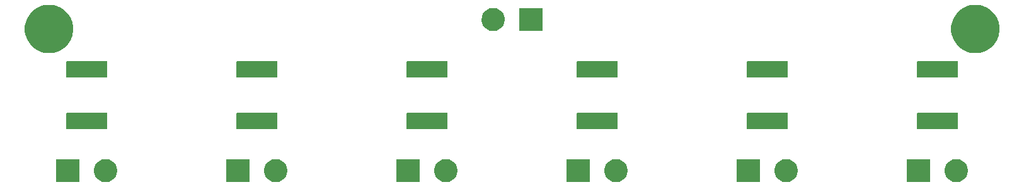
<source format=gbr>
G04 #@! TF.GenerationSoftware,KiCad,Pcbnew,5.1.6*
G04 #@! TF.CreationDate,2020-05-20T11:35:38+02:00*
G04 #@! TF.ProjectId,12V_power_dist,3132565f-706f-4776-9572-5f646973742e,rev?*
G04 #@! TF.SameCoordinates,Original*
G04 #@! TF.FileFunction,Soldermask,Top*
G04 #@! TF.FilePolarity,Negative*
%FSLAX46Y46*%
G04 Gerber Fmt 4.6, Leading zero omitted, Abs format (unit mm)*
G04 Created by KiCad (PCBNEW 5.1.6) date 2020-05-20 11:35:38*
%MOMM*%
%LPD*%
G01*
G04 APERTURE LIST*
%ADD10C,0.100000*%
G04 APERTURE END LIST*
D10*
G36*
X98071000Y-96801000D02*
G01*
X94969000Y-96801000D01*
X94969000Y-93699000D01*
X98071000Y-93699000D01*
X98071000Y-96801000D01*
G37*
G36*
X101902585Y-93728802D02*
G01*
X102052410Y-93758604D01*
X102334674Y-93875521D01*
X102588705Y-94045259D01*
X102804741Y-94261295D01*
X102974479Y-94515326D01*
X103091396Y-94797590D01*
X103151000Y-95097240D01*
X103151000Y-95402760D01*
X103091396Y-95702410D01*
X102974479Y-95984674D01*
X102804741Y-96238705D01*
X102588705Y-96454741D01*
X102334674Y-96624479D01*
X102052410Y-96741396D01*
X101902585Y-96771198D01*
X101752761Y-96801000D01*
X101447239Y-96801000D01*
X101297415Y-96771198D01*
X101147590Y-96741396D01*
X100865326Y-96624479D01*
X100611295Y-96454741D01*
X100395259Y-96238705D01*
X100225521Y-95984674D01*
X100108604Y-95702410D01*
X100049000Y-95402760D01*
X100049000Y-95097240D01*
X100108604Y-94797590D01*
X100225521Y-94515326D01*
X100395259Y-94261295D01*
X100611295Y-94045259D01*
X100865326Y-93875521D01*
X101147590Y-93758604D01*
X101297415Y-93728802D01*
X101447239Y-93699000D01*
X101752761Y-93699000D01*
X101902585Y-93728802D01*
G37*
G36*
X189511000Y-96801000D02*
G01*
X186409000Y-96801000D01*
X186409000Y-93699000D01*
X189511000Y-93699000D01*
X189511000Y-96801000D01*
G37*
G36*
X193342585Y-93728802D02*
G01*
X193492410Y-93758604D01*
X193774674Y-93875521D01*
X194028705Y-94045259D01*
X194244741Y-94261295D01*
X194414479Y-94515326D01*
X194531396Y-94797590D01*
X194591000Y-95097240D01*
X194591000Y-95402760D01*
X194531396Y-95702410D01*
X194414479Y-95984674D01*
X194244741Y-96238705D01*
X194028705Y-96454741D01*
X193774674Y-96624479D01*
X193492410Y-96741396D01*
X193342585Y-96771198D01*
X193192761Y-96801000D01*
X192887239Y-96801000D01*
X192737415Y-96771198D01*
X192587590Y-96741396D01*
X192305326Y-96624479D01*
X192051295Y-96454741D01*
X191835259Y-96238705D01*
X191665521Y-95984674D01*
X191548604Y-95702410D01*
X191489000Y-95402760D01*
X191489000Y-95097240D01*
X191548604Y-94797590D01*
X191665521Y-94515326D01*
X191835259Y-94261295D01*
X192051295Y-94045259D01*
X192305326Y-93875521D01*
X192587590Y-93758604D01*
X192737415Y-93728802D01*
X192887239Y-93699000D01*
X193192761Y-93699000D01*
X193342585Y-93728802D01*
G37*
G36*
X143791000Y-96801000D02*
G01*
X140689000Y-96801000D01*
X140689000Y-93699000D01*
X143791000Y-93699000D01*
X143791000Y-96801000D01*
G37*
G36*
X147622585Y-93728802D02*
G01*
X147772410Y-93758604D01*
X148054674Y-93875521D01*
X148308705Y-94045259D01*
X148524741Y-94261295D01*
X148694479Y-94515326D01*
X148811396Y-94797590D01*
X148871000Y-95097240D01*
X148871000Y-95402760D01*
X148811396Y-95702410D01*
X148694479Y-95984674D01*
X148524741Y-96238705D01*
X148308705Y-96454741D01*
X148054674Y-96624479D01*
X147772410Y-96741396D01*
X147622585Y-96771198D01*
X147472761Y-96801000D01*
X147167239Y-96801000D01*
X147017415Y-96771198D01*
X146867590Y-96741396D01*
X146585326Y-96624479D01*
X146331295Y-96454741D01*
X146115259Y-96238705D01*
X145945521Y-95984674D01*
X145828604Y-95702410D01*
X145769000Y-95402760D01*
X145769000Y-95097240D01*
X145828604Y-94797590D01*
X145945521Y-94515326D01*
X146115259Y-94261295D01*
X146331295Y-94045259D01*
X146585326Y-93875521D01*
X146867590Y-93758604D01*
X147017415Y-93728802D01*
X147167239Y-93699000D01*
X147472761Y-93699000D01*
X147622585Y-93728802D01*
G37*
G36*
X216202585Y-93728802D02*
G01*
X216352410Y-93758604D01*
X216634674Y-93875521D01*
X216888705Y-94045259D01*
X217104741Y-94261295D01*
X217274479Y-94515326D01*
X217391396Y-94797590D01*
X217451000Y-95097240D01*
X217451000Y-95402760D01*
X217391396Y-95702410D01*
X217274479Y-95984674D01*
X217104741Y-96238705D01*
X216888705Y-96454741D01*
X216634674Y-96624479D01*
X216352410Y-96741396D01*
X216202585Y-96771198D01*
X216052761Y-96801000D01*
X215747239Y-96801000D01*
X215597415Y-96771198D01*
X215447590Y-96741396D01*
X215165326Y-96624479D01*
X214911295Y-96454741D01*
X214695259Y-96238705D01*
X214525521Y-95984674D01*
X214408604Y-95702410D01*
X214349000Y-95402760D01*
X214349000Y-95097240D01*
X214408604Y-94797590D01*
X214525521Y-94515326D01*
X214695259Y-94261295D01*
X214911295Y-94045259D01*
X215165326Y-93875521D01*
X215447590Y-93758604D01*
X215597415Y-93728802D01*
X215747239Y-93699000D01*
X216052761Y-93699000D01*
X216202585Y-93728802D01*
G37*
G36*
X166651000Y-96801000D02*
G01*
X163549000Y-96801000D01*
X163549000Y-93699000D01*
X166651000Y-93699000D01*
X166651000Y-96801000D01*
G37*
G36*
X170482585Y-93728802D02*
G01*
X170632410Y-93758604D01*
X170914674Y-93875521D01*
X171168705Y-94045259D01*
X171384741Y-94261295D01*
X171554479Y-94515326D01*
X171671396Y-94797590D01*
X171731000Y-95097240D01*
X171731000Y-95402760D01*
X171671396Y-95702410D01*
X171554479Y-95984674D01*
X171384741Y-96238705D01*
X171168705Y-96454741D01*
X170914674Y-96624479D01*
X170632410Y-96741396D01*
X170482585Y-96771198D01*
X170332761Y-96801000D01*
X170027239Y-96801000D01*
X169877415Y-96771198D01*
X169727590Y-96741396D01*
X169445326Y-96624479D01*
X169191295Y-96454741D01*
X168975259Y-96238705D01*
X168805521Y-95984674D01*
X168688604Y-95702410D01*
X168629000Y-95402760D01*
X168629000Y-95097240D01*
X168688604Y-94797590D01*
X168805521Y-94515326D01*
X168975259Y-94261295D01*
X169191295Y-94045259D01*
X169445326Y-93875521D01*
X169727590Y-93758604D01*
X169877415Y-93728802D01*
X170027239Y-93699000D01*
X170332761Y-93699000D01*
X170482585Y-93728802D01*
G37*
G36*
X120931000Y-96801000D02*
G01*
X117829000Y-96801000D01*
X117829000Y-93699000D01*
X120931000Y-93699000D01*
X120931000Y-96801000D01*
G37*
G36*
X124762585Y-93728802D02*
G01*
X124912410Y-93758604D01*
X125194674Y-93875521D01*
X125448705Y-94045259D01*
X125664741Y-94261295D01*
X125834479Y-94515326D01*
X125951396Y-94797590D01*
X126011000Y-95097240D01*
X126011000Y-95402760D01*
X125951396Y-95702410D01*
X125834479Y-95984674D01*
X125664741Y-96238705D01*
X125448705Y-96454741D01*
X125194674Y-96624479D01*
X124912410Y-96741396D01*
X124762585Y-96771198D01*
X124612761Y-96801000D01*
X124307239Y-96801000D01*
X124157415Y-96771198D01*
X124007590Y-96741396D01*
X123725326Y-96624479D01*
X123471295Y-96454741D01*
X123255259Y-96238705D01*
X123085521Y-95984674D01*
X122968604Y-95702410D01*
X122909000Y-95402760D01*
X122909000Y-95097240D01*
X122968604Y-94797590D01*
X123085521Y-94515326D01*
X123255259Y-94261295D01*
X123471295Y-94045259D01*
X123725326Y-93875521D01*
X124007590Y-93758604D01*
X124157415Y-93728802D01*
X124307239Y-93699000D01*
X124612761Y-93699000D01*
X124762585Y-93728802D01*
G37*
G36*
X212371000Y-96801000D02*
G01*
X209269000Y-96801000D01*
X209269000Y-93699000D01*
X212371000Y-93699000D01*
X212371000Y-96801000D01*
G37*
G36*
X101701536Y-87467800D02*
G01*
X101732738Y-87477265D01*
X101761486Y-87492631D01*
X101786687Y-87513313D01*
X101807369Y-87538514D01*
X101822735Y-87567262D01*
X101832200Y-87598464D01*
X101836000Y-87637046D01*
X101836000Y-89492954D01*
X101832200Y-89531536D01*
X101822735Y-89562738D01*
X101807369Y-89591486D01*
X101786687Y-89616687D01*
X101761486Y-89637369D01*
X101732738Y-89652735D01*
X101701536Y-89662200D01*
X101662954Y-89666000D01*
X96457046Y-89666000D01*
X96418464Y-89662200D01*
X96387262Y-89652735D01*
X96358514Y-89637369D01*
X96333313Y-89616687D01*
X96312631Y-89591486D01*
X96297265Y-89562738D01*
X96287800Y-89531536D01*
X96284000Y-89492954D01*
X96284000Y-87637046D01*
X96287800Y-87598464D01*
X96297265Y-87567262D01*
X96312631Y-87538514D01*
X96333313Y-87513313D01*
X96358514Y-87492631D01*
X96387262Y-87477265D01*
X96418464Y-87467800D01*
X96457046Y-87464000D01*
X101662954Y-87464000D01*
X101701536Y-87467800D01*
G37*
G36*
X193141536Y-87467800D02*
G01*
X193172738Y-87477265D01*
X193201486Y-87492631D01*
X193226687Y-87513313D01*
X193247369Y-87538514D01*
X193262735Y-87567262D01*
X193272200Y-87598464D01*
X193276000Y-87637046D01*
X193276000Y-89492954D01*
X193272200Y-89531536D01*
X193262735Y-89562738D01*
X193247369Y-89591486D01*
X193226687Y-89616687D01*
X193201486Y-89637369D01*
X193172738Y-89652735D01*
X193141536Y-89662200D01*
X193102954Y-89666000D01*
X187897046Y-89666000D01*
X187858464Y-89662200D01*
X187827262Y-89652735D01*
X187798514Y-89637369D01*
X187773313Y-89616687D01*
X187752631Y-89591486D01*
X187737265Y-89562738D01*
X187727800Y-89531536D01*
X187724000Y-89492954D01*
X187724000Y-87637046D01*
X187727800Y-87598464D01*
X187737265Y-87567262D01*
X187752631Y-87538514D01*
X187773313Y-87513313D01*
X187798514Y-87492631D01*
X187827262Y-87477265D01*
X187858464Y-87467800D01*
X187897046Y-87464000D01*
X193102954Y-87464000D01*
X193141536Y-87467800D01*
G37*
G36*
X147421536Y-87467800D02*
G01*
X147452738Y-87477265D01*
X147481486Y-87492631D01*
X147506687Y-87513313D01*
X147527369Y-87538514D01*
X147542735Y-87567262D01*
X147552200Y-87598464D01*
X147556000Y-87637046D01*
X147556000Y-89492954D01*
X147552200Y-89531536D01*
X147542735Y-89562738D01*
X147527369Y-89591486D01*
X147506687Y-89616687D01*
X147481486Y-89637369D01*
X147452738Y-89652735D01*
X147421536Y-89662200D01*
X147382954Y-89666000D01*
X142177046Y-89666000D01*
X142138464Y-89662200D01*
X142107262Y-89652735D01*
X142078514Y-89637369D01*
X142053313Y-89616687D01*
X142032631Y-89591486D01*
X142017265Y-89562738D01*
X142007800Y-89531536D01*
X142004000Y-89492954D01*
X142004000Y-87637046D01*
X142007800Y-87598464D01*
X142017265Y-87567262D01*
X142032631Y-87538514D01*
X142053313Y-87513313D01*
X142078514Y-87492631D01*
X142107262Y-87477265D01*
X142138464Y-87467800D01*
X142177046Y-87464000D01*
X147382954Y-87464000D01*
X147421536Y-87467800D01*
G37*
G36*
X124561536Y-87467800D02*
G01*
X124592738Y-87477265D01*
X124621486Y-87492631D01*
X124646687Y-87513313D01*
X124667369Y-87538514D01*
X124682735Y-87567262D01*
X124692200Y-87598464D01*
X124696000Y-87637046D01*
X124696000Y-89492954D01*
X124692200Y-89531536D01*
X124682735Y-89562738D01*
X124667369Y-89591486D01*
X124646687Y-89616687D01*
X124621486Y-89637369D01*
X124592738Y-89652735D01*
X124561536Y-89662200D01*
X124522954Y-89666000D01*
X119317046Y-89666000D01*
X119278464Y-89662200D01*
X119247262Y-89652735D01*
X119218514Y-89637369D01*
X119193313Y-89616687D01*
X119172631Y-89591486D01*
X119157265Y-89562738D01*
X119147800Y-89531536D01*
X119144000Y-89492954D01*
X119144000Y-87637046D01*
X119147800Y-87598464D01*
X119157265Y-87567262D01*
X119172631Y-87538514D01*
X119193313Y-87513313D01*
X119218514Y-87492631D01*
X119247262Y-87477265D01*
X119278464Y-87467800D01*
X119317046Y-87464000D01*
X124522954Y-87464000D01*
X124561536Y-87467800D01*
G37*
G36*
X216001536Y-87467800D02*
G01*
X216032738Y-87477265D01*
X216061486Y-87492631D01*
X216086687Y-87513313D01*
X216107369Y-87538514D01*
X216122735Y-87567262D01*
X216132200Y-87598464D01*
X216136000Y-87637046D01*
X216136000Y-89492954D01*
X216132200Y-89531536D01*
X216122735Y-89562738D01*
X216107369Y-89591486D01*
X216086687Y-89616687D01*
X216061486Y-89637369D01*
X216032738Y-89652735D01*
X216001536Y-89662200D01*
X215962954Y-89666000D01*
X210757046Y-89666000D01*
X210718464Y-89662200D01*
X210687262Y-89652735D01*
X210658514Y-89637369D01*
X210633313Y-89616687D01*
X210612631Y-89591486D01*
X210597265Y-89562738D01*
X210587800Y-89531536D01*
X210584000Y-89492954D01*
X210584000Y-87637046D01*
X210587800Y-87598464D01*
X210597265Y-87567262D01*
X210612631Y-87538514D01*
X210633313Y-87513313D01*
X210658514Y-87492631D01*
X210687262Y-87477265D01*
X210718464Y-87467800D01*
X210757046Y-87464000D01*
X215962954Y-87464000D01*
X216001536Y-87467800D01*
G37*
G36*
X170281536Y-87467800D02*
G01*
X170312738Y-87477265D01*
X170341486Y-87492631D01*
X170366687Y-87513313D01*
X170387369Y-87538514D01*
X170402735Y-87567262D01*
X170412200Y-87598464D01*
X170416000Y-87637046D01*
X170416000Y-89492954D01*
X170412200Y-89531536D01*
X170402735Y-89562738D01*
X170387369Y-89591486D01*
X170366687Y-89616687D01*
X170341486Y-89637369D01*
X170312738Y-89652735D01*
X170281536Y-89662200D01*
X170242954Y-89666000D01*
X165037046Y-89666000D01*
X164998464Y-89662200D01*
X164967262Y-89652735D01*
X164938514Y-89637369D01*
X164913313Y-89616687D01*
X164892631Y-89591486D01*
X164877265Y-89562738D01*
X164867800Y-89531536D01*
X164864000Y-89492954D01*
X164864000Y-87637046D01*
X164867800Y-87598464D01*
X164877265Y-87567262D01*
X164892631Y-87538514D01*
X164913313Y-87513313D01*
X164938514Y-87492631D01*
X164967262Y-87477265D01*
X164998464Y-87467800D01*
X165037046Y-87464000D01*
X170242954Y-87464000D01*
X170281536Y-87467800D01*
G37*
G36*
X193141536Y-80517800D02*
G01*
X193172738Y-80527265D01*
X193201486Y-80542631D01*
X193226687Y-80563313D01*
X193247369Y-80588514D01*
X193262735Y-80617262D01*
X193272200Y-80648464D01*
X193276000Y-80687046D01*
X193276000Y-82542954D01*
X193272200Y-82581536D01*
X193262735Y-82612738D01*
X193247369Y-82641486D01*
X193226687Y-82666687D01*
X193201486Y-82687369D01*
X193172738Y-82702735D01*
X193141536Y-82712200D01*
X193102954Y-82716000D01*
X187897046Y-82716000D01*
X187858464Y-82712200D01*
X187827262Y-82702735D01*
X187798514Y-82687369D01*
X187773313Y-82666687D01*
X187752631Y-82641486D01*
X187737265Y-82612738D01*
X187727800Y-82581536D01*
X187724000Y-82542954D01*
X187724000Y-80687046D01*
X187727800Y-80648464D01*
X187737265Y-80617262D01*
X187752631Y-80588514D01*
X187773313Y-80563313D01*
X187798514Y-80542631D01*
X187827262Y-80527265D01*
X187858464Y-80517800D01*
X187897046Y-80514000D01*
X193102954Y-80514000D01*
X193141536Y-80517800D01*
G37*
G36*
X216001536Y-80517800D02*
G01*
X216032738Y-80527265D01*
X216061486Y-80542631D01*
X216086687Y-80563313D01*
X216107369Y-80588514D01*
X216122735Y-80617262D01*
X216132200Y-80648464D01*
X216136000Y-80687046D01*
X216136000Y-82542954D01*
X216132200Y-82581536D01*
X216122735Y-82612738D01*
X216107369Y-82641486D01*
X216086687Y-82666687D01*
X216061486Y-82687369D01*
X216032738Y-82702735D01*
X216001536Y-82712200D01*
X215962954Y-82716000D01*
X210757046Y-82716000D01*
X210718464Y-82712200D01*
X210687262Y-82702735D01*
X210658514Y-82687369D01*
X210633313Y-82666687D01*
X210612631Y-82641486D01*
X210597265Y-82612738D01*
X210587800Y-82581536D01*
X210584000Y-82542954D01*
X210584000Y-80687046D01*
X210587800Y-80648464D01*
X210597265Y-80617262D01*
X210612631Y-80588514D01*
X210633313Y-80563313D01*
X210658514Y-80542631D01*
X210687262Y-80527265D01*
X210718464Y-80517800D01*
X210757046Y-80514000D01*
X215962954Y-80514000D01*
X216001536Y-80517800D01*
G37*
G36*
X170281536Y-80517800D02*
G01*
X170312738Y-80527265D01*
X170341486Y-80542631D01*
X170366687Y-80563313D01*
X170387369Y-80588514D01*
X170402735Y-80617262D01*
X170412200Y-80648464D01*
X170416000Y-80687046D01*
X170416000Y-82542954D01*
X170412200Y-82581536D01*
X170402735Y-82612738D01*
X170387369Y-82641486D01*
X170366687Y-82666687D01*
X170341486Y-82687369D01*
X170312738Y-82702735D01*
X170281536Y-82712200D01*
X170242954Y-82716000D01*
X165037046Y-82716000D01*
X164998464Y-82712200D01*
X164967262Y-82702735D01*
X164938514Y-82687369D01*
X164913313Y-82666687D01*
X164892631Y-82641486D01*
X164877265Y-82612738D01*
X164867800Y-82581536D01*
X164864000Y-82542954D01*
X164864000Y-80687046D01*
X164867800Y-80648464D01*
X164877265Y-80617262D01*
X164892631Y-80588514D01*
X164913313Y-80563313D01*
X164938514Y-80542631D01*
X164967262Y-80527265D01*
X164998464Y-80517800D01*
X165037046Y-80514000D01*
X170242954Y-80514000D01*
X170281536Y-80517800D01*
G37*
G36*
X147421536Y-80517800D02*
G01*
X147452738Y-80527265D01*
X147481486Y-80542631D01*
X147506687Y-80563313D01*
X147527369Y-80588514D01*
X147542735Y-80617262D01*
X147552200Y-80648464D01*
X147556000Y-80687046D01*
X147556000Y-82542954D01*
X147552200Y-82581536D01*
X147542735Y-82612738D01*
X147527369Y-82641486D01*
X147506687Y-82666687D01*
X147481486Y-82687369D01*
X147452738Y-82702735D01*
X147421536Y-82712200D01*
X147382954Y-82716000D01*
X142177046Y-82716000D01*
X142138464Y-82712200D01*
X142107262Y-82702735D01*
X142078514Y-82687369D01*
X142053313Y-82666687D01*
X142032631Y-82641486D01*
X142017265Y-82612738D01*
X142007800Y-82581536D01*
X142004000Y-82542954D01*
X142004000Y-80687046D01*
X142007800Y-80648464D01*
X142017265Y-80617262D01*
X142032631Y-80588514D01*
X142053313Y-80563313D01*
X142078514Y-80542631D01*
X142107262Y-80527265D01*
X142138464Y-80517800D01*
X142177046Y-80514000D01*
X147382954Y-80514000D01*
X147421536Y-80517800D01*
G37*
G36*
X124561536Y-80517800D02*
G01*
X124592738Y-80527265D01*
X124621486Y-80542631D01*
X124646687Y-80563313D01*
X124667369Y-80588514D01*
X124682735Y-80617262D01*
X124692200Y-80648464D01*
X124696000Y-80687046D01*
X124696000Y-82542954D01*
X124692200Y-82581536D01*
X124682735Y-82612738D01*
X124667369Y-82641486D01*
X124646687Y-82666687D01*
X124621486Y-82687369D01*
X124592738Y-82702735D01*
X124561536Y-82712200D01*
X124522954Y-82716000D01*
X119317046Y-82716000D01*
X119278464Y-82712200D01*
X119247262Y-82702735D01*
X119218514Y-82687369D01*
X119193313Y-82666687D01*
X119172631Y-82641486D01*
X119157265Y-82612738D01*
X119147800Y-82581536D01*
X119144000Y-82542954D01*
X119144000Y-80687046D01*
X119147800Y-80648464D01*
X119157265Y-80617262D01*
X119172631Y-80588514D01*
X119193313Y-80563313D01*
X119218514Y-80542631D01*
X119247262Y-80527265D01*
X119278464Y-80517800D01*
X119317046Y-80514000D01*
X124522954Y-80514000D01*
X124561536Y-80517800D01*
G37*
G36*
X101701536Y-80517800D02*
G01*
X101732738Y-80527265D01*
X101761486Y-80542631D01*
X101786687Y-80563313D01*
X101807369Y-80588514D01*
X101822735Y-80617262D01*
X101832200Y-80648464D01*
X101836000Y-80687046D01*
X101836000Y-82542954D01*
X101832200Y-82581536D01*
X101822735Y-82612738D01*
X101807369Y-82641486D01*
X101786687Y-82666687D01*
X101761486Y-82687369D01*
X101732738Y-82702735D01*
X101701536Y-82712200D01*
X101662954Y-82716000D01*
X96457046Y-82716000D01*
X96418464Y-82712200D01*
X96387262Y-82702735D01*
X96358514Y-82687369D01*
X96333313Y-82666687D01*
X96312631Y-82641486D01*
X96297265Y-82612738D01*
X96287800Y-82581536D01*
X96284000Y-82542954D01*
X96284000Y-80687046D01*
X96287800Y-80648464D01*
X96297265Y-80617262D01*
X96312631Y-80588514D01*
X96333313Y-80563313D01*
X96358514Y-80542631D01*
X96387262Y-80527265D01*
X96418464Y-80517800D01*
X96457046Y-80514000D01*
X101662954Y-80514000D01*
X101701536Y-80517800D01*
G37*
G36*
X94614239Y-73011467D02*
G01*
X94928282Y-73073934D01*
X95519926Y-73319001D01*
X96052392Y-73674784D01*
X96505216Y-74127608D01*
X96860999Y-74660074D01*
X97106066Y-75251718D01*
X97106066Y-75251719D01*
X97231000Y-75879803D01*
X97231000Y-76520197D01*
X97168533Y-76834239D01*
X97106066Y-77148282D01*
X96860999Y-77739926D01*
X96505216Y-78272392D01*
X96052392Y-78725216D01*
X95519926Y-79080999D01*
X94928282Y-79326066D01*
X94614239Y-79388533D01*
X94300197Y-79451000D01*
X93659803Y-79451000D01*
X93345761Y-79388533D01*
X93031718Y-79326066D01*
X92440074Y-79080999D01*
X91907608Y-78725216D01*
X91454784Y-78272392D01*
X91099001Y-77739926D01*
X90853934Y-77148282D01*
X90791467Y-76834239D01*
X90729000Y-76520197D01*
X90729000Y-75879803D01*
X90853934Y-75251719D01*
X90853934Y-75251718D01*
X91099001Y-74660074D01*
X91454784Y-74127608D01*
X91907608Y-73674784D01*
X92440074Y-73319001D01*
X93031718Y-73073934D01*
X93345761Y-73011467D01*
X93659803Y-72949000D01*
X94300197Y-72949000D01*
X94614239Y-73011467D01*
G37*
G36*
X219074239Y-73011467D02*
G01*
X219388282Y-73073934D01*
X219979926Y-73319001D01*
X220512392Y-73674784D01*
X220965216Y-74127608D01*
X221320999Y-74660074D01*
X221566066Y-75251718D01*
X221566066Y-75251719D01*
X221691000Y-75879803D01*
X221691000Y-76520197D01*
X221628533Y-76834239D01*
X221566066Y-77148282D01*
X221320999Y-77739926D01*
X220965216Y-78272392D01*
X220512392Y-78725216D01*
X219979926Y-79080999D01*
X219388282Y-79326066D01*
X219074239Y-79388533D01*
X218760197Y-79451000D01*
X218119803Y-79451000D01*
X217805761Y-79388533D01*
X217491718Y-79326066D01*
X216900074Y-79080999D01*
X216367608Y-78725216D01*
X215914784Y-78272392D01*
X215559001Y-77739926D01*
X215313934Y-77148282D01*
X215251467Y-76834239D01*
X215189000Y-76520197D01*
X215189000Y-75879803D01*
X215313934Y-75251719D01*
X215313934Y-75251718D01*
X215559001Y-74660074D01*
X215914784Y-74127608D01*
X216367608Y-73674784D01*
X216900074Y-73319001D01*
X217491718Y-73073934D01*
X217805761Y-73011467D01*
X218119803Y-72949000D01*
X218760197Y-72949000D01*
X219074239Y-73011467D01*
G37*
G36*
X160301000Y-76481000D02*
G01*
X157199000Y-76481000D01*
X157199000Y-73379000D01*
X160301000Y-73379000D01*
X160301000Y-76481000D01*
G37*
G36*
X153972585Y-73408802D02*
G01*
X154122410Y-73438604D01*
X154404674Y-73555521D01*
X154658705Y-73725259D01*
X154874741Y-73941295D01*
X155044479Y-74195326D01*
X155161396Y-74477590D01*
X155161396Y-74477591D01*
X155192607Y-74634496D01*
X155221000Y-74777240D01*
X155221000Y-75082760D01*
X155161396Y-75382410D01*
X155044479Y-75664674D01*
X154874741Y-75918705D01*
X154658705Y-76134741D01*
X154404674Y-76304479D01*
X154122410Y-76421396D01*
X153972585Y-76451198D01*
X153822761Y-76481000D01*
X153517239Y-76481000D01*
X153367415Y-76451198D01*
X153217590Y-76421396D01*
X152935326Y-76304479D01*
X152681295Y-76134741D01*
X152465259Y-75918705D01*
X152295521Y-75664674D01*
X152178604Y-75382410D01*
X152119000Y-75082760D01*
X152119000Y-74777240D01*
X152147394Y-74634496D01*
X152178604Y-74477591D01*
X152178604Y-74477590D01*
X152295521Y-74195326D01*
X152465259Y-73941295D01*
X152681295Y-73725259D01*
X152935326Y-73555521D01*
X153217590Y-73438604D01*
X153367415Y-73408802D01*
X153517239Y-73379000D01*
X153822761Y-73379000D01*
X153972585Y-73408802D01*
G37*
M02*

</source>
